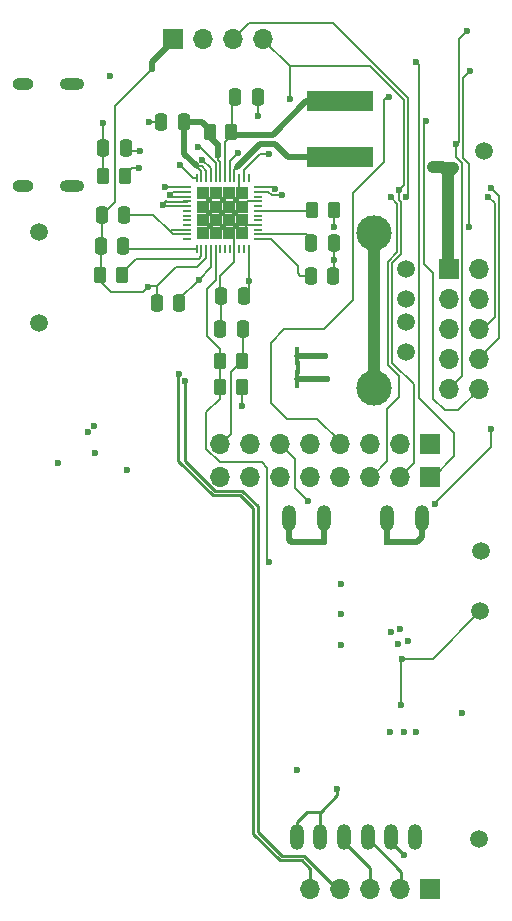
<source format=gbr>
%TF.GenerationSoftware,KiCad,Pcbnew,7.0.10*%
%TF.CreationDate,2025-01-07T15:59:30-07:00*%
%TF.ProjectId,HATA_ver_8.3.1,48415441-5f76-4657-925f-382e332e312e,8.3.1*%
%TF.SameCoordinates,Original*%
%TF.FileFunction,Copper,L4,Bot*%
%TF.FilePolarity,Positive*%
%FSLAX46Y46*%
G04 Gerber Fmt 4.6, Leading zero omitted, Abs format (unit mm)*
G04 Created by KiCad (PCBNEW 7.0.10) date 2025-01-07 15:59:30*
%MOMM*%
%LPD*%
G01*
G04 APERTURE LIST*
G04 Aperture macros list*
%AMRoundRect*
0 Rectangle with rounded corners*
0 $1 Rounding radius*
0 $2 $3 $4 $5 $6 $7 $8 $9 X,Y pos of 4 corners*
0 Add a 4 corners polygon primitive as box body*
4,1,4,$2,$3,$4,$5,$6,$7,$8,$9,$2,$3,0*
0 Add four circle primitives for the rounded corners*
1,1,$1+$1,$2,$3*
1,1,$1+$1,$4,$5*
1,1,$1+$1,$6,$7*
1,1,$1+$1,$8,$9*
0 Add four rect primitives between the rounded corners*
20,1,$1+$1,$2,$3,$4,$5,0*
20,1,$1+$1,$4,$5,$6,$7,0*
20,1,$1+$1,$6,$7,$8,$9,0*
20,1,$1+$1,$8,$9,$2,$3,0*%
G04 Aperture macros list end*
%TA.AperFunction,EtchedComponent*%
%ADD10C,0.120000*%
%TD*%
%TA.AperFunction,ComponentPad*%
%ADD11C,1.500000*%
%TD*%
%TA.AperFunction,ComponentPad*%
%ADD12C,1.501140*%
%TD*%
%TA.AperFunction,ComponentPad*%
%ADD13C,2.999740*%
%TD*%
%TA.AperFunction,ComponentPad*%
%ADD14R,1.700000X1.700000*%
%TD*%
%TA.AperFunction,ComponentPad*%
%ADD15O,1.700000X1.700000*%
%TD*%
%TA.AperFunction,ComponentPad*%
%ADD16O,1.800000X1.000000*%
%TD*%
%TA.AperFunction,ComponentPad*%
%ADD17O,2.100000X1.000000*%
%TD*%
%TA.AperFunction,SMDPad,CuDef*%
%ADD18R,0.800000X0.200000*%
%TD*%
%TA.AperFunction,SMDPad,CuDef*%
%ADD19R,0.200000X0.800000*%
%TD*%
%TA.AperFunction,SMDPad,CuDef*%
%ADD20R,1.112500X1.112500*%
%TD*%
%TA.AperFunction,ComponentPad*%
%ADD21C,0.508000*%
%TD*%
%TA.AperFunction,SMDPad,CuDef*%
%ADD22RoundRect,0.250000X-0.250000X-0.475000X0.250000X-0.475000X0.250000X0.475000X-0.250000X0.475000X0*%
%TD*%
%TA.AperFunction,SMDPad,CuDef*%
%ADD23R,0.400000X1.500000*%
%TD*%
%TA.AperFunction,SMDPad,CuDef*%
%ADD24RoundRect,0.250000X0.262500X0.450000X-0.262500X0.450000X-0.262500X-0.450000X0.262500X-0.450000X0*%
%TD*%
%TA.AperFunction,SMDPad,CuDef*%
%ADD25RoundRect,0.250000X-0.262500X-0.450000X0.262500X-0.450000X0.262500X0.450000X-0.262500X0.450000X0*%
%TD*%
%TA.AperFunction,SMDPad,CuDef*%
%ADD26RoundRect,0.250000X0.250000X0.475000X-0.250000X0.475000X-0.250000X-0.475000X0.250000X-0.475000X0*%
%TD*%
%TA.AperFunction,SMDPad,CuDef*%
%ADD27R,5.700000X1.800000*%
%TD*%
%TA.AperFunction,SMDPad,CuDef*%
%ADD28O,1.200000X2.200000*%
%TD*%
%TA.AperFunction,ViaPad*%
%ADD29C,0.600000*%
%TD*%
%TA.AperFunction,Conductor*%
%ADD30C,0.200000*%
%TD*%
%TA.AperFunction,Conductor*%
%ADD31C,0.177800*%
%TD*%
%TA.AperFunction,Conductor*%
%ADD32C,0.508000*%
%TD*%
%TA.AperFunction,Conductor*%
%ADD33C,0.254000*%
%TD*%
%TA.AperFunction,Conductor*%
%ADD34C,1.016000*%
%TD*%
%TA.AperFunction,Conductor*%
%ADD35C,0.228600*%
%TD*%
G04 APERTURE END LIST*
D10*
%TO.C,JP1*%
X224041250Y-131653750D02*
X223791250Y-131653750D01*
X223791250Y-131653750D02*
X223791250Y-130653750D01*
X223791250Y-130653750D02*
X224041250Y-130653750D01*
X224041250Y-130653750D02*
X224041250Y-131653750D01*
G36*
X224041250Y-131653750D02*
G01*
X223791250Y-131653750D01*
X223791250Y-130653750D01*
X224041250Y-130653750D01*
X224041250Y-131653750D01*
G37*
%TD*%
D11*
%TO.P,TP3,1,1*%
%TO.N,Net-(C3-Pad1)*%
X239430000Y-151780000D03*
%TD*%
%TO.P,TP5,1,1*%
%TO.N,/Power control/AC_IN*%
X202040000Y-127380000D03*
%TD*%
D12*
%TO.P,P3,1,VCC*%
%TO.N,/5V_OUT*%
X233160000Y-122845000D03*
%TO.P,P3,2,D-*%
%TO.N,/USB2_D-*%
X233160000Y-125345000D03*
%TO.P,P3,3,D+*%
%TO.N,/USB2_D+*%
X233160000Y-127345000D03*
%TO.P,P3,4,GND*%
%TO.N,/A_GND*%
X233160000Y-129845000D03*
D13*
%TO.P,P3,5,shield*%
X230450000Y-119775000D03*
X230450000Y-132915000D03*
%TD*%
D14*
%TO.P,P6,1,Pin_1*%
%TO.N,/5V_OUT*%
X235200000Y-137680000D03*
D15*
%TO.P,P6,2,Pin_2*%
X232660000Y-137680000D03*
%TO.P,P6,3,Pin_3*%
%TO.N,GND*%
X230120000Y-137680000D03*
%TO.P,P6,4,Pin_4*%
%TO.N,Net-(D2-Pad2)*%
X227580000Y-137680000D03*
%TO.P,P6,5,Pin_5*%
%TO.N,/BBD_PB2*%
X225040000Y-137680000D03*
%TO.P,P6,6,Pin_6*%
%TO.N,/BBD_PA6*%
X222500000Y-137680000D03*
%TO.P,P6,7,Pin_7*%
%TO.N,GND*%
X219960000Y-137680000D03*
%TO.P,P6,8,Pin_8*%
%TO.N,Net-(C9-Pad2)*%
X217420000Y-137680000D03*
%TD*%
D11*
%TO.P,TP2,1,1*%
%TO.N,/BBD_IPS_OUT*%
X239490000Y-146720000D03*
%TD*%
%TO.P,TP4,1,1*%
%TO.N,/5V_OUT*%
X239350000Y-171050000D03*
%TD*%
D14*
%TO.P,P7,1,Pin_1*%
%TO.N,/5V_OUT*%
X235200000Y-175320000D03*
D15*
%TO.P,P7,2,Pin_2*%
%TO.N,Net-(P7-Pad2)*%
X232660000Y-175320000D03*
%TO.P,P7,3,Pin_3*%
%TO.N,Net-(P7-Pad3)*%
X230120000Y-175320000D03*
%TO.P,P7,4,Pin_4*%
%TO.N,/USB2_D+*%
X227580000Y-175320000D03*
%TO.P,P7,5,Pin_5*%
%TO.N,/USB2_D-*%
X225040000Y-175320000D03*
%TD*%
D14*
%TO.P,P5,1,Pin_1*%
%TO.N,/3v3*%
X235200000Y-140470000D03*
D15*
%TO.P,P5,2,Pin_2*%
%TO.N,/SDA*%
X232660000Y-140470000D03*
%TO.P,P5,3,Pin_3*%
%TO.N,/SCL*%
X230120000Y-140470000D03*
%TO.P,P5,4,Pin_4*%
%TO.N,/PG11*%
X227580000Y-140470000D03*
%TO.P,P5,5,Pin_5*%
%TO.N,/A_GND*%
X225040000Y-140470000D03*
%TO.P,P5,6,Pin_6*%
%TO.N,unconnected-(P5-Pad6)*%
X222500000Y-140470000D03*
%TO.P,P5,7,Pin_7*%
%TO.N,unconnected-(P5-Pad7)*%
X219960000Y-140470000D03*
%TO.P,P5,8,Pin_8*%
%TO.N,/PA3*%
X217420000Y-140470000D03*
%TD*%
D14*
%TO.P,J10,1,Pin_1*%
%TO.N,/Power control/BATT+*%
X236790000Y-122800000D03*
D15*
%TO.P,J10,2,Pin_2*%
%TO.N,GND*%
X239330000Y-122800000D03*
%TO.P,J10,3,Pin_3*%
%TO.N,/A_GND*%
X236790000Y-125340000D03*
%TO.P,J10,4,Pin_4*%
%TO.N,GND*%
X239330000Y-125340000D03*
%TO.P,J10,5,Pin_5*%
%TO.N,/5V_OUT*%
X236790000Y-127880000D03*
%TO.P,J10,6,Pin_6*%
%TO.N,/BBD_IPS_OUT*%
X239330000Y-127880000D03*
%TO.P,J10,7,Pin_7*%
%TO.N,/BBD_PA6*%
X236790000Y-130420000D03*
%TO.P,J10,8,Pin_8*%
%TO.N,/BBD_CHG_LED*%
X239330000Y-130420000D03*
%TO.P,J10,9,Pin_9*%
%TO.N,/BBD_PB1*%
X236790000Y-132960000D03*
%TO.P,J10,10,Pin_10*%
%TO.N,/BBD_PB2*%
X239330000Y-132960000D03*
%TD*%
D14*
%TO.P,P2,1,Pin_1*%
%TO.N,/A_GND*%
X213390000Y-103390000D03*
D15*
%TO.P,P2,2,Pin_2*%
%TO.N,/5V_OUT*%
X215930000Y-103390000D03*
%TO.P,P2,3,Pin_3*%
%TO.N,/SCL*%
X218470000Y-103390000D03*
%TO.P,P2,4,Pin_4*%
%TO.N,/SDA*%
X221010000Y-103390000D03*
%TD*%
D11*
%TO.P,TP1,1,1*%
%TO.N,GND*%
X202040000Y-119730000D03*
%TD*%
%TO.P,TP6,1,1*%
%TO.N,/Power control/BATT+*%
X239770000Y-112850000D03*
%TD*%
D16*
%TO.P,P1,1,Shell*%
%TO.N,GND*%
X200692500Y-115760000D03*
X200692500Y-107120000D03*
D17*
X204872500Y-115760000D03*
X204872500Y-107120000D03*
%TD*%
D18*
%TO.P,U4,1,SDA*%
%TO.N,/SDA*%
X220610000Y-115900000D03*
%TO.P,U4,2,SCK*%
%TO.N,/SCL*%
X220610000Y-116300000D03*
%TO.P,U4,3,GPIO_3*%
%TO.N,unconnected-(U4-Pad3)*%
X220610000Y-116700000D03*
%TO.P,U4,4,N_OE*%
%TO.N,GND*%
X220610000Y-117100000D03*
%TO.P,U4,5,GPIO_2*%
%TO.N,unconnected-(U4-Pad5)*%
X220610000Y-117500000D03*
%TO.P,U4,6,N_VBus_En*%
%TO.N,Net-(R17-Pad1)*%
X220610000Y-117900000D03*
%TO.P,U4,7,Vin_2*%
%TO.N,unconnected-(U4-Pad7)*%
X220610000Y-118300000D03*
%TO.P,U4,8,LX2*%
%TO.N,unconnected-(U4-Pad8)*%
X220610000Y-118700000D03*
%TO.P,U4,9,PGnd_2*%
%TO.N,GND*%
X220610000Y-119100000D03*
%TO.P,U4,10,DCDC_2*%
%TO.N,unconnected-(U4-Pad10)*%
X220610000Y-119500000D03*
%TO.P,U4,11,LDO_4*%
%TO.N,Net-(C15-Pad2)*%
X220610000Y-119900000D03*
%TO.P,U4,12,LDO_2*%
%TO.N,Net-(C14-Pad2)*%
X220610000Y-120300000D03*
D19*
%TO.P,U4,13,LDO_24_In*%
%TO.N,/BBD_IPS_OUT*%
X219810000Y-121100000D03*
%TO.P,U4,14,Vin_3*%
%TO.N,unconnected-(U4-Pad14)*%
X219410000Y-121100000D03*
%TO.P,U4,15,LX3*%
%TO.N,unconnected-(U4-Pad15)*%
X219010000Y-121100000D03*
%TO.P,U4,16,PGnd_3*%
%TO.N,GND*%
X218610000Y-121100000D03*
%TO.P,U4,17,DCDC_3*%
%TO.N,unconnected-(U4-Pad17)*%
X218210000Y-121100000D03*
%TO.P,U4,18,GPIO_1*%
%TO.N,unconnected-(U4-Pad18)*%
X217810000Y-121100000D03*
%TO.P,U4,19,GPIO_0/LDO*%
%TO.N,unconnected-(U4-Pad19)*%
X217410000Y-121100000D03*
%TO.P,U4,20,EXTEN*%
%TO.N,/Power control/EXT_EN*%
X217010000Y-121100000D03*
%TO.P,U4,21,APS*%
%TO.N,/BBD_IPS_OUT*%
X216610000Y-121100000D03*
%TO.P,U4,22,A_Gnd*%
%TO.N,/A_GND*%
X216210000Y-121100000D03*
%TO.P,U4,23,Bias*%
%TO.N,Net-(R19-Pad2)*%
X215810000Y-121100000D03*
%TO.P,U4,24,V_Ref*%
%TO.N,Net-(C18-Pad2)*%
X215410000Y-121100000D03*
D18*
%TO.P,U4,25,PwrOK*%
%TO.N,unconnected-(U4-Pad25)*%
X214610000Y-120300000D03*
%TO.P,U4,26,V_Internal*%
%TO.N,Net-(C17-Pad2)*%
X214610000Y-119900000D03*
%TO.P,U4,27,LDO_1_Set*%
X214610000Y-119500000D03*
%TO.P,U4,28,LDO_1*%
%TO.N,unconnected-(U4-Pad28)*%
X214610000Y-119100000D03*
%TO.P,U4,29,DC3_Set*%
%TO.N,unconnected-(U4-Pad29)*%
X214610000Y-118700000D03*
%TO.P,U4,30,BackupBatt*%
%TO.N,unconnected-(U4-Pad30)*%
X214610000Y-118300000D03*
%TO.P,U4,31,VBUS*%
%TO.N,unconnected-(U4-Pad31)*%
X214610000Y-117900000D03*
%TO.P,U4,32,AC_IN*%
%TO.N,/Power control/AC_IN*%
X214610000Y-117500000D03*
%TO.P,U4,33,AC_IN*%
X214610000Y-117100000D03*
%TO.P,U4,34,IPS_Out*%
%TO.N,/BBD_IPS_OUT*%
X214610000Y-116700000D03*
%TO.P,U4,35,IPS_Out*%
X214610000Y-116300000D03*
%TO.P,U4,36,ChgLED*%
%TO.N,/BBD_CHG_LED*%
X214610000Y-115900000D03*
D19*
%TO.P,U4,37,TS*%
%TO.N,Net-(R18-Pad1)*%
X215410000Y-115100000D03*
%TO.P,U4,38,Batt*%
%TO.N,/Power control/BATT+*%
X215810000Y-115100000D03*
%TO.P,U4,39,Batt*%
X216210000Y-115100000D03*
%TO.P,U4,40,LDO_3_In*%
%TO.N,/BBD_IPS_OUT*%
X216610000Y-115100000D03*
%TO.P,U4,41,LDO_3*%
%TO.N,Net-(C16-Pad2)*%
X217010000Y-115100000D03*
%TO.P,U4,42,BatSense*%
%TO.N,/Power control/BATT+*%
X217410000Y-115100000D03*
%TO.P,U4,43,ChgSense*%
%TO.N,Net-(C11-Pad1)*%
X217810000Y-115100000D03*
%TO.P,U4,44,Vin_1*%
%TO.N,/BBD_IPS_OUT*%
X218210000Y-115100000D03*
%TO.P,U4,45,LX1*%
%TO.N,Net-(L2-Pad2)*%
X218610000Y-115100000D03*
%TO.P,U4,46,PGnd_1*%
%TO.N,GND*%
X219010000Y-115100000D03*
%TO.P,U4,47,PwrON*%
%TO.N,/BBD_PB1*%
X219410000Y-115100000D03*
%TO.P,U4,48,IRQ/WakeUp*%
%TO.N,unconnected-(U4-Pad48)*%
X219810000Y-115100000D03*
D20*
%TO.P,U4,49,GND_PAD*%
%TO.N,GND*%
X218166250Y-117543750D03*
D21*
X217610000Y-119250000D03*
D20*
X218166250Y-118656250D03*
X219278750Y-116431250D03*
X219278750Y-118656250D03*
X217053750Y-116431250D03*
X217053750Y-118656250D03*
D21*
X216435000Y-118100000D03*
D20*
X215941250Y-119768750D03*
D21*
X217610000Y-117000000D03*
X217585000Y-118100000D03*
X216485000Y-117000000D03*
D20*
X217053750Y-119768750D03*
D21*
X218735000Y-119225000D03*
D20*
X215941250Y-117543750D03*
X218166250Y-116431250D03*
X215941250Y-116431250D03*
X217053750Y-117543750D03*
X215941250Y-118656250D03*
X219278750Y-119768750D03*
D21*
X216510000Y-119225000D03*
X218685000Y-118100000D03*
X218710000Y-117000000D03*
D20*
X219278750Y-117543750D03*
X218166250Y-119768750D03*
%TD*%
D22*
%TO.P,C18,1*%
%TO.N,/A_GND*%
X207306250Y-120873750D03*
%TO.P,C18,2*%
%TO.N,Net-(C18-Pad2)*%
X209206250Y-120873750D03*
%TD*%
D23*
%TO.P,JP1,1,1*%
%TO.N,/A_GND*%
X223916250Y-132153750D03*
%TO.P,JP1,2,2*%
%TO.N,GND*%
X223916250Y-130153750D03*
%TD*%
D22*
%TO.P,C13,1*%
%TO.N,/A_GND*%
X212016250Y-125693750D03*
%TO.P,C13,2*%
%TO.N,/BBD_IPS_OUT*%
X213916250Y-125693750D03*
%TD*%
D24*
%TO.P,R11,1*%
%TO.N,/5V_OUT*%
X219218750Y-132843750D03*
%TO.P,R11,2*%
%TO.N,/Power control/EXT_EN*%
X217393750Y-132843750D03*
%TD*%
D25*
%TO.P,R16,1*%
%TO.N,/Power control/BATT+*%
X216523750Y-111183750D03*
%TO.P,R16,2*%
%TO.N,Net-(C11-Pad1)*%
X218348750Y-111183750D03*
%TD*%
D22*
%TO.P,C16,1*%
%TO.N,GND*%
X207506250Y-112603750D03*
%TO.P,C16,2*%
%TO.N,Net-(C16-Pad2)*%
X209406250Y-112603750D03*
%TD*%
%TO.P,C9,1*%
%TO.N,GND*%
X217426250Y-127883750D03*
%TO.P,C9,2*%
%TO.N,Net-(C9-Pad2)*%
X219326250Y-127883750D03*
%TD*%
%TO.P,C11,1*%
%TO.N,Net-(C11-Pad1)*%
X218686250Y-108283750D03*
%TO.P,C11,2*%
%TO.N,GND*%
X220586250Y-108283750D03*
%TD*%
D25*
%TO.P,R15,1*%
%TO.N,/Power control/EXT_EN*%
X217391250Y-130623750D03*
%TO.P,R15,2*%
%TO.N,Net-(C9-Pad2)*%
X219216250Y-130623750D03*
%TD*%
D26*
%TO.P,C14,1*%
%TO.N,GND*%
X226976250Y-123443750D03*
%TO.P,C14,2*%
%TO.N,Net-(C14-Pad2)*%
X225076250Y-123443750D03*
%TD*%
%TO.P,C15,1*%
%TO.N,GND*%
X227026250Y-120623750D03*
%TO.P,C15,2*%
%TO.N,Net-(C15-Pad2)*%
X225126250Y-120623750D03*
%TD*%
D24*
%TO.P,R18,1*%
%TO.N,Net-(R18-Pad1)*%
X209328750Y-114913750D03*
%TO.P,R18,2*%
%TO.N,GND*%
X207503750Y-114913750D03*
%TD*%
D25*
%TO.P,R17,1*%
%TO.N,Net-(R17-Pad1)*%
X225213750Y-117833750D03*
%TO.P,R17,2*%
%TO.N,/BBD_IPS_OUT*%
X227038750Y-117833750D03*
%TD*%
D27*
%TO.P,L2,1,1*%
%TO.N,Net-(C11-Pad1)*%
X227580000Y-108620000D03*
%TO.P,L2,2,2*%
%TO.N,Net-(L2-Pad2)*%
X227580000Y-113320000D03*
%TD*%
D22*
%TO.P,C17,1*%
%TO.N,/A_GND*%
X207356250Y-118253750D03*
%TO.P,C17,2*%
%TO.N,Net-(C17-Pad2)*%
X209256250Y-118253750D03*
%TD*%
D26*
%TO.P,C12,1*%
%TO.N,/BBD_IPS_OUT*%
X219376250Y-125133750D03*
%TO.P,C12,2*%
%TO.N,GND*%
X217476250Y-125133750D03*
%TD*%
D25*
%TO.P,R19,1*%
%TO.N,/A_GND*%
X207253750Y-123363750D03*
%TO.P,R19,2*%
%TO.N,Net-(R19-Pad2)*%
X209078750Y-123363750D03*
%TD*%
D26*
%TO.P,C10,1*%
%TO.N,/Power control/BATT+*%
X214306250Y-110403750D03*
%TO.P,C10,2*%
%TO.N,GND*%
X212406250Y-110403750D03*
%TD*%
D28*
%TO.P,U1,1,PDN*%
%TO.N,/3v3*%
X223880010Y-170899990D03*
%TO.P,U1,2,3.3V*%
X225880010Y-170899990D03*
%TO.P,U1,3,DM-*%
%TO.N,Net-(P7-Pad3)*%
X227880010Y-170899990D03*
%TO.P,U1,4,DP+*%
%TO.N,Net-(P7-Pad2)*%
X229880010Y-170899990D03*
%TO.P,U1,5,GND*%
%TO.N,/A_GND*%
X231880010Y-170899990D03*
%TO.P,U1,6,LED*%
%TO.N,unconnected-(U1-Pad6)*%
X233880010Y-170899990D03*
%TO.P,U1,7,GND*%
%TO.N,/A_GND*%
X234530010Y-143899990D03*
%TO.P,U1,9,GND*%
X231530010Y-143899990D03*
%TO.P,U1,10,GND*%
X226230010Y-143899990D03*
%TO.P,U1,12,GND*%
X223230010Y-143899990D03*
%TD*%
D29*
%TO.N,/Power control/AC_IN*%
X212526250Y-117403750D03*
%TO.N,GND*%
X206170000Y-136660000D03*
X227026250Y-122093750D03*
X220566250Y-109863750D03*
X211376250Y-110403750D03*
X232440000Y-154600000D03*
X207506250Y-110493750D03*
X226260000Y-130170000D03*
X208100000Y-106510000D03*
X233330000Y-154340000D03*
X237860000Y-160440000D03*
X225416250Y-130153750D03*
X206685000Y-136145000D03*
X224726250Y-130153750D03*
%TO.N,/3v3*%
X227300000Y-166860000D03*
X233960000Y-105290000D03*
%TO.N,/A_GND*%
X203630000Y-139290000D03*
X223870000Y-165230000D03*
X211266250Y-124313750D03*
X224836250Y-132153750D03*
X223370000Y-145890000D03*
X231530000Y-145960000D03*
X226416250Y-132163750D03*
X225606250Y-132153750D03*
X211590000Y-105890000D03*
X232970000Y-172450000D03*
X209510000Y-139850000D03*
X226210000Y-145960000D03*
%TO.N,Net-(C3-Pad1)*%
X232750000Y-159770000D03*
X232770000Y-155810000D03*
%TO.N,/5V_OUT*%
X206830000Y-138420000D03*
X227620000Y-149490000D03*
X238472411Y-119230000D03*
X227620000Y-154680000D03*
X238580000Y-106030000D03*
X219210000Y-134460000D03*
X227620000Y-152060000D03*
%TO.N,/Power control/BATT+*%
X217190000Y-112330000D03*
X237080000Y-114250000D03*
X236210000Y-114220000D03*
X217202700Y-113160000D03*
X235430000Y-114220000D03*
%TO.N,/BBD_IPS_OUT*%
X218920000Y-112970000D03*
X215585000Y-123715000D03*
X232980000Y-162020000D03*
X231810000Y-162020000D03*
X233990000Y-162020000D03*
X231860000Y-153520000D03*
X232650000Y-153310000D03*
X240094577Y-116703898D03*
X219810000Y-123860000D03*
X213136250Y-116533750D03*
X215893304Y-113566588D03*
X227036250Y-119273750D03*
%TO.N,Net-(C16-Pad2)*%
X215530000Y-112530000D03*
X210576250Y-112873750D03*
%TO.N,/Power control/EXT_EN*%
X221530000Y-147630000D03*
%TO.N,Net-(D2-Pad2)*%
X231660000Y-108250000D03*
%TO.N,/BBD_PB1*%
X221530000Y-113130000D03*
X238300000Y-102680000D03*
X237390000Y-112250000D03*
%TO.N,/BBD_PB2*%
X234820000Y-110330000D03*
%TO.N,/BBD_PA6*%
X224830000Y-142470000D03*
X240340000Y-136400000D03*
X235580000Y-142680000D03*
%TO.N,/BBD_CHG_LED*%
X212763566Y-115851617D03*
X240320000Y-115960000D03*
%TO.N,/SCL*%
X222600000Y-116570000D03*
X233104040Y-116720000D03*
X231833789Y-116736211D03*
%TO.N,/SDA*%
X223280000Y-108430000D03*
X232530000Y-116170000D03*
X222010000Y-116030000D03*
%TO.N,/USB2_D-*%
X213930000Y-131750000D03*
%TO.N,/USB2_D+*%
X214410000Y-132340000D03*
%TO.N,Net-(R18-Pad1)*%
X213986250Y-113993750D03*
X210556250Y-114233750D03*
%TD*%
D30*
%TO.N,/Power control/AC_IN*%
X212622500Y-117500000D02*
X214610000Y-117500000D01*
X212886058Y-117100000D02*
X212897119Y-117111061D01*
X212830000Y-117100000D02*
X212886058Y-117100000D01*
X214598939Y-117111061D02*
X214610000Y-117100000D01*
X212526250Y-117403750D02*
X212830000Y-117100000D01*
X212526250Y-117403750D02*
X212622500Y-117500000D01*
X212897119Y-117111061D02*
X214598939Y-117111061D01*
%TO.N,GND*%
X220576250Y-109853750D02*
X220576250Y-108353750D01*
X217476250Y-125133750D02*
X217476250Y-127683750D01*
D31*
X218610000Y-122230000D02*
X217410000Y-123430000D01*
D30*
X207503750Y-114913750D02*
X207503750Y-112696250D01*
D32*
X223916250Y-130153750D02*
X224726250Y-130153750D01*
D30*
X220566250Y-109863750D02*
X220576250Y-109853750D01*
D32*
X226243750Y-130153750D02*
X226260000Y-130170000D01*
D30*
X227026250Y-122093750D02*
X227026250Y-123183750D01*
D31*
X219610000Y-119100000D02*
X219560000Y-119150000D01*
X218610000Y-121100000D02*
X218610000Y-122230000D01*
D32*
X225416250Y-130153750D02*
X226243750Y-130153750D01*
D31*
X220610000Y-117100000D02*
X219660000Y-117100000D01*
X217410000Y-123430000D02*
X217410000Y-125300000D01*
D30*
X227026250Y-120623750D02*
X227026250Y-122093750D01*
D31*
X219010000Y-115100000D02*
X219010000Y-116040000D01*
D30*
X212406250Y-110403750D02*
X211376250Y-110403750D01*
D31*
X218610000Y-121100000D02*
X218610000Y-120080000D01*
X220610000Y-119100000D02*
X219610000Y-119100000D01*
D32*
X224726250Y-130153750D02*
X225416250Y-130153750D01*
D30*
X207503750Y-112696250D02*
X207503750Y-110496250D01*
X207503750Y-110496250D02*
X207506250Y-110493750D01*
D33*
%TO.N,/3v3*%
X227300000Y-166860000D02*
X227300000Y-167380000D01*
X225910000Y-168770000D02*
X225860000Y-168820000D01*
X224730000Y-168770000D02*
X225910000Y-168770000D01*
D31*
X233960000Y-105290000D02*
X234240000Y-105570000D01*
X234240000Y-105570000D02*
X234240000Y-133760000D01*
X237220000Y-138660000D02*
X235390000Y-140490000D01*
D33*
X225860000Y-168820000D02*
X225860000Y-170740000D01*
D31*
X237220000Y-136740000D02*
X237220000Y-138660000D01*
D33*
X223880000Y-169620000D02*
X224730000Y-168770000D01*
X227300000Y-167380000D02*
X225910000Y-168770000D01*
D31*
X234240000Y-133760000D02*
X237220000Y-136740000D01*
D33*
X223880000Y-170900000D02*
X223880000Y-169620000D01*
%TO.N,/A_GND*%
X231880000Y-171360000D02*
X232970000Y-172450000D01*
D30*
X215436250Y-122633750D02*
X215464484Y-122633750D01*
D32*
X223230000Y-145750000D02*
X223230000Y-143900000D01*
X226230000Y-143900000D02*
X226230000Y-145940000D01*
D30*
X207306250Y-120873750D02*
X207306250Y-123313750D01*
D31*
X208480000Y-117130000D02*
X208480000Y-109000000D01*
D32*
X223370000Y-145890000D02*
X223230000Y-145750000D01*
D30*
X215464484Y-122633750D02*
X216210000Y-121888234D01*
D32*
X224836250Y-132153750D02*
X225606250Y-132153750D01*
X211590000Y-105890000D02*
X211590000Y-105270000D01*
X234530000Y-143900000D02*
X234530000Y-145480000D01*
D31*
X207356250Y-118253750D02*
X208480000Y-117130000D01*
X210830000Y-124750000D02*
X211266250Y-124313750D01*
D32*
X234530000Y-145480000D02*
X234050000Y-145960000D01*
X234050000Y-145960000D02*
X231530000Y-145960000D01*
D30*
X212016250Y-124293750D02*
X211286250Y-124293750D01*
D32*
X231530000Y-145710000D02*
X231570000Y-145750000D01*
X225606250Y-132153750D02*
X226406250Y-132153750D01*
D30*
X213676250Y-122633750D02*
X215436250Y-122633750D01*
D31*
X207253750Y-123853750D02*
X208150000Y-124750000D01*
X208150000Y-124750000D02*
X210830000Y-124750000D01*
D30*
X211286250Y-124293750D02*
X211266250Y-124313750D01*
X216210000Y-121888234D02*
X216210000Y-121100000D01*
D32*
X223440000Y-145960000D02*
X223370000Y-145890000D01*
D30*
X212016250Y-124293750D02*
X213676250Y-122633750D01*
D32*
X223916250Y-132153750D02*
X224836250Y-132153750D01*
X231530000Y-143900000D02*
X231530000Y-145710000D01*
X226210000Y-145960000D02*
X223440000Y-145960000D01*
X211590000Y-105270000D02*
X213380000Y-103480000D01*
D34*
X230450000Y-119775000D02*
X230450000Y-132880000D01*
D30*
X212016250Y-125693750D02*
X212016250Y-124293750D01*
D31*
X208480000Y-109000000D02*
X211590000Y-105890000D01*
D32*
X226406250Y-132153750D02*
X226416250Y-132163750D01*
D30*
X207356250Y-118253750D02*
X207356250Y-120893750D01*
D32*
X226230000Y-145940000D02*
X226210000Y-145960000D01*
D31*
%TO.N,Net-(C3-Pad1)*%
X232770000Y-155810000D02*
X235420000Y-155810000D01*
X232750000Y-159770000D02*
X232750000Y-155830000D01*
X235420000Y-155810000D02*
X239350000Y-151880000D01*
X232750000Y-155830000D02*
X232770000Y-155810000D01*
%TO.N,/5V_OUT*%
X238472411Y-119230000D02*
X238472411Y-113920195D01*
X237990000Y-106620000D02*
X238580000Y-106030000D01*
X238472411Y-113920195D02*
X237990000Y-113437784D01*
X219218750Y-134451250D02*
X219210000Y-134460000D01*
X219218750Y-132843750D02*
X219218750Y-134451250D01*
X237990000Y-113437784D02*
X237990000Y-106620000D01*
%TO.N,Net-(C9-Pad2)*%
X218290000Y-131550000D02*
X218290000Y-136770000D01*
X219216250Y-130623750D02*
X218290000Y-131550000D01*
X218290000Y-136770000D02*
X217360000Y-137700000D01*
D30*
X219326250Y-127883750D02*
X219326250Y-130793750D01*
D32*
%TO.N,/Power control/BATT+*%
X217190000Y-113147300D02*
X217202700Y-113160000D01*
X214486250Y-110403750D02*
X215896250Y-110403750D01*
D34*
X236240000Y-114250000D02*
X237080000Y-114250000D01*
D32*
X215416250Y-114123750D02*
X215416250Y-114133750D01*
D31*
X217202700Y-113573024D02*
X217410000Y-113780324D01*
D34*
X236660000Y-114670000D02*
X236660000Y-122770000D01*
D31*
X215810000Y-115100000D02*
X215810000Y-114527500D01*
X217410000Y-113780324D02*
X217410000Y-115100000D01*
D32*
X217190000Y-112330000D02*
X216523750Y-111663750D01*
D31*
X216210000Y-115100000D02*
X216210000Y-114487500D01*
D32*
X214346250Y-113053750D02*
X215416250Y-114123750D01*
X216566250Y-111073750D02*
X215896250Y-110403750D01*
D31*
X215616250Y-114333749D02*
X215416251Y-114133749D01*
X217202700Y-113160000D02*
X217202700Y-113573024D01*
D34*
X236210000Y-114220000D02*
X236240000Y-114250000D01*
X237080000Y-114250000D02*
X236660000Y-114670000D01*
D31*
X215810000Y-114527500D02*
X215616250Y-114333750D01*
X215856250Y-114133750D02*
X215416250Y-114133750D01*
D32*
X214346250Y-110613750D02*
X214346250Y-113053750D01*
D34*
X236210000Y-114220000D02*
X235430000Y-114220000D01*
D32*
X217190000Y-112330000D02*
X217190000Y-113147300D01*
X216523750Y-111663750D02*
X216523750Y-111183750D01*
D31*
X216210000Y-114487500D02*
X215856250Y-114133750D01*
D30*
%TO.N,Net-(C11-Pad1)*%
X218436250Y-108353750D02*
X218436250Y-111343750D01*
X218348750Y-111511250D02*
X217780000Y-112080000D01*
D32*
X224690000Y-108620000D02*
X221850000Y-111460000D01*
X227580000Y-108620000D02*
X224690000Y-108620000D01*
D30*
X217787320Y-114430009D02*
X217787320Y-115023750D01*
X217780000Y-114422689D02*
X217787320Y-114430009D01*
D32*
X221850000Y-111460000D02*
X218260000Y-111460000D01*
D30*
X217780000Y-112080000D02*
X217780000Y-114422689D01*
D31*
%TO.N,/BBD_IPS_OUT*%
X215893304Y-113566588D02*
X216610000Y-114283284D01*
D30*
X216610000Y-122690000D02*
X215585000Y-123715000D01*
D31*
X240094577Y-116703898D02*
X240634880Y-117244201D01*
D30*
X214610000Y-116300000D02*
X213370000Y-116300000D01*
X213302500Y-116700000D02*
X213136250Y-116533750D01*
D31*
X227036250Y-119273750D02*
X227038750Y-119271250D01*
X227038750Y-119271250D02*
X227038750Y-117833750D01*
X240634880Y-126905120D02*
X239470000Y-128070000D01*
D30*
X213370000Y-116300000D02*
X213136250Y-116533750D01*
X219810000Y-121100000D02*
X219810000Y-123860000D01*
X215585000Y-123715000D02*
X213910000Y-125390000D01*
X219810000Y-124620000D02*
X219496250Y-124933750D01*
D31*
X216610000Y-114283284D02*
X216610000Y-115100000D01*
D30*
X214610000Y-116700000D02*
X213302500Y-116700000D01*
D31*
X240634880Y-117244201D02*
X240634880Y-126905120D01*
D30*
X219810000Y-123860000D02*
X219810000Y-124620000D01*
D31*
X218210000Y-113680000D02*
X218210000Y-115100000D01*
X218920000Y-112970000D02*
X218210000Y-113680000D01*
D30*
X216610000Y-121100000D02*
X216610000Y-122690000D01*
D31*
%TO.N,Net-(C14-Pad2)*%
X224200000Y-123400000D02*
X224910000Y-123400000D01*
X221670000Y-120300000D02*
X223960000Y-122590000D01*
X223960000Y-122590000D02*
X223960000Y-123160000D01*
X220610000Y-120300000D02*
X221670000Y-120300000D01*
X223960000Y-123160000D02*
X224200000Y-123400000D01*
%TO.N,Net-(C15-Pad2)*%
X224630000Y-119900000D02*
X225080000Y-120350000D01*
X220610000Y-119900000D02*
X224630000Y-119900000D01*
%TO.N,Net-(C16-Pad2)*%
X215530000Y-112530000D02*
X215657460Y-112530000D01*
X215657460Y-112530000D02*
X217010000Y-113882540D01*
D30*
X210576250Y-112873750D02*
X209666250Y-112873750D01*
D31*
X217010000Y-113882540D02*
X217010000Y-115100000D01*
D30*
%TO.N,Net-(C17-Pad2)*%
X213392500Y-119900000D02*
X213136250Y-119643750D01*
X209256250Y-118253750D02*
X211746250Y-118253750D01*
X214610000Y-119900000D02*
X213392500Y-119900000D01*
X213280000Y-119500000D02*
X213136250Y-119643750D01*
X211746250Y-118253750D02*
X213136250Y-119643750D01*
X214610000Y-119500000D02*
X213280000Y-119500000D01*
%TO.N,Net-(C18-Pad2)*%
X215410000Y-121100000D02*
X209302500Y-121100000D01*
D31*
%TO.N,/Power control/EXT_EN*%
X221383789Y-147483789D02*
X221530000Y-147630000D01*
X216250000Y-124530000D02*
X216250000Y-128520000D01*
X220940000Y-139190000D02*
X221383789Y-139633789D01*
X217010000Y-123770000D02*
X216250000Y-124530000D01*
X221383789Y-139633789D02*
X221383789Y-147483789D01*
X217010000Y-121100000D02*
X217010000Y-123770000D01*
X217351438Y-139190000D02*
X220940000Y-139190000D01*
X217393750Y-132843750D02*
X217393750Y-133816250D01*
X217370000Y-129640000D02*
X217370000Y-130470000D01*
X217393750Y-133816250D02*
X216240000Y-134970000D01*
X217391250Y-130623750D02*
X217391250Y-132521250D01*
X216240000Y-134970000D02*
X216240000Y-138078562D01*
X216240000Y-138078562D02*
X217351438Y-139190000D01*
X216250000Y-128520000D02*
X217370000Y-129640000D01*
%TO.N,Net-(D2-Pad2)*%
X222840000Y-127930000D02*
X221700000Y-129070000D01*
X228630000Y-116400000D02*
X231290000Y-113740000D01*
X223030000Y-135530000D02*
X225640000Y-135530000D01*
X231560000Y-108250000D02*
X231660000Y-108250000D01*
X226170000Y-127930000D02*
X222840000Y-127930000D01*
X228630000Y-125470000D02*
X226170000Y-127930000D01*
X228630000Y-125470000D02*
X228630000Y-116400000D01*
X231290000Y-113740000D02*
X231290000Y-108520000D01*
X231290000Y-108520000D02*
X231560000Y-108250000D01*
X221700000Y-129070000D02*
X221700000Y-134200000D01*
X221700000Y-134200000D02*
X223030000Y-135530000D01*
X225640000Y-135530000D02*
X227620000Y-137510000D01*
D32*
%TO.N,Net-(L2-Pad2)*%
X223180000Y-113320000D02*
X227580000Y-113320000D01*
D31*
X218610000Y-114440000D02*
X218830000Y-114220000D01*
D32*
X222080000Y-112220000D02*
X223180000Y-113320000D01*
X220800000Y-112220000D02*
X222080000Y-112220000D01*
X218850000Y-114170000D02*
X220800000Y-112220000D01*
D31*
X218610000Y-115100000D02*
X218610000Y-114440000D01*
%TO.N,/BBD_PB1*%
X219410000Y-114467578D02*
X219410000Y-115100000D01*
X237390000Y-113340000D02*
X237906211Y-113856211D01*
X221530000Y-113130000D02*
X220747578Y-113130000D01*
X237600000Y-112040000D02*
X237600000Y-103380000D01*
X237390000Y-112250000D02*
X237600000Y-112040000D01*
X237906211Y-113856211D02*
X237906211Y-131873789D01*
X237906211Y-131873789D02*
X236750000Y-133030000D01*
X237390000Y-112250000D02*
X237390000Y-113340000D01*
X220747578Y-113130000D02*
X219410000Y-114467578D01*
X237600000Y-103380000D02*
X238300000Y-102680000D01*
%TO.N,/BBD_PB2*%
X237570000Y-134790000D02*
X239360000Y-133000000D01*
X234655780Y-110494220D02*
X234655780Y-122400617D01*
X234655780Y-122400617D02*
X235426108Y-123170945D01*
X235426108Y-133816108D02*
X236400000Y-134790000D01*
X234820000Y-110330000D02*
X234655780Y-110494220D01*
X236400000Y-134790000D02*
X237570000Y-134790000D01*
X235426108Y-123170945D02*
X235426108Y-133816108D01*
%TO.N,/BBD_PA6*%
X223760000Y-141400000D02*
X224830000Y-142470000D01*
X235580000Y-142680000D02*
X235580000Y-142640000D01*
X235580000Y-142640000D02*
X240340000Y-137880000D01*
X223760000Y-138940000D02*
X223760000Y-141400000D01*
X222500000Y-137680000D02*
X223760000Y-138940000D01*
X240340000Y-137880000D02*
X240340000Y-136400000D01*
%TO.N,/BBD_CHG_LED*%
X214610000Y-115900000D02*
X212811949Y-115900000D01*
X240320000Y-115960000D02*
X240990000Y-116630000D01*
X212811949Y-115900000D02*
X212763566Y-115851617D01*
X240990000Y-128670000D02*
X239320000Y-130340000D01*
X240990000Y-116630000D02*
X240990000Y-128670000D01*
%TO.N,/SCL*%
X232520000Y-131870000D02*
X232520000Y-133700000D01*
X230269518Y-105314880D02*
X230254880Y-105314880D01*
X232520000Y-133700000D02*
X231543789Y-134676211D01*
X231833789Y-116736211D02*
X231833789Y-116752709D01*
X231833789Y-116752709D02*
X232374880Y-117293800D01*
X230254880Y-105314880D02*
X226930000Y-101990000D01*
X221775467Y-116596211D02*
X221479256Y-116300000D01*
X222600000Y-116570000D02*
X222573789Y-116596211D01*
X232374880Y-121402904D02*
X231580000Y-122197784D01*
X219870000Y-101990000D02*
X218470000Y-103390000D01*
X226930000Y-101990000D02*
X219870000Y-101990000D01*
X232374880Y-117293800D02*
X232374880Y-121402904D01*
X231580000Y-122197784D02*
X231580000Y-130930000D01*
X231543789Y-139106211D02*
X230140000Y-140510000D01*
X231580000Y-130930000D02*
X232520000Y-131870000D01*
X233104040Y-116720000D02*
X233315120Y-116508920D01*
X233315120Y-108360482D02*
X230269518Y-105314880D01*
X233315129Y-116508911D02*
X233315129Y-108360489D01*
X231543789Y-134676211D02*
X231543789Y-139106211D01*
X222573789Y-116596211D02*
X221775467Y-116596211D01*
X221479256Y-116300000D02*
X220610000Y-116300000D01*
%TO.N,/SDA*%
X232530000Y-116170000D02*
X232530000Y-116946704D01*
X232960000Y-108507578D02*
X230122422Y-105670000D01*
X223280000Y-105670000D02*
X221140000Y-103530000D01*
X223280000Y-108430000D02*
X223280000Y-105670000D01*
X232960000Y-115740000D02*
X232960000Y-108507578D01*
X230122422Y-105670000D02*
X223280000Y-105670000D01*
X232530000Y-116170000D02*
X232960000Y-115740000D01*
X231935120Y-122344880D02*
X231935120Y-130745120D01*
X233776211Y-139263789D02*
X232560000Y-140480000D01*
X231935120Y-130745120D02*
X233776211Y-132586211D01*
X232530000Y-116946704D02*
X232730000Y-117146704D01*
X220610000Y-115900000D02*
X221880000Y-115900000D01*
X233776211Y-132586211D02*
X233776211Y-139263789D01*
X221880000Y-115900000D02*
X222010000Y-116030000D01*
X232730000Y-121550000D02*
X231935120Y-122344880D01*
X232730000Y-117146704D02*
X232730000Y-121550000D01*
D35*
%TO.N,/USB2_D-*%
X224340360Y-172900360D02*
X225040000Y-173600000D01*
X222449612Y-172900360D02*
X224340360Y-172900360D01*
X219118203Y-141981971D02*
X220216820Y-143080588D01*
X220216820Y-170667568D02*
X222449612Y-172900360D01*
X216793720Y-141981971D02*
X219118203Y-141981971D01*
X213853949Y-139042200D02*
X216793720Y-141981971D01*
X213930000Y-131750000D02*
X213853949Y-131826051D01*
X213853949Y-131826051D02*
X213853949Y-139042200D01*
X225040000Y-173600000D02*
X225040000Y-175320000D01*
X220216820Y-143080588D02*
X220216820Y-170667568D01*
%TO.N,/USB2_D+*%
X220587180Y-142927180D02*
X219271611Y-141611611D01*
X224493768Y-172530000D02*
X222603020Y-172530000D01*
X227283768Y-175320000D02*
X224493768Y-172530000D01*
X219271611Y-141611611D02*
X216947128Y-141611611D01*
X214410000Y-139074483D02*
X214410000Y-132340000D01*
X227580000Y-175320000D02*
X227283768Y-175320000D01*
X216947128Y-141611611D02*
X214410000Y-139074483D01*
X220587180Y-170514160D02*
X220587180Y-142927180D01*
X222603020Y-172530000D02*
X220587180Y-170514160D01*
D33*
%TO.N,Net-(P7-Pad2)*%
X229880000Y-171040000D02*
X232730000Y-173890000D01*
X232730000Y-173890000D02*
X232730000Y-175420000D01*
%TO.N,Net-(P7-Pad3)*%
X230100000Y-173570000D02*
X230100000Y-175300000D01*
X227880000Y-171350000D02*
X230100000Y-173570000D01*
D31*
%TO.N,Net-(R17-Pad1)*%
X220610000Y-117900000D02*
X225120000Y-117900000D01*
D30*
%TO.N,Net-(R18-Pad1)*%
X209896250Y-114233750D02*
X209316250Y-114813750D01*
D31*
X215092500Y-115100000D02*
X213986250Y-113993750D01*
D30*
X210556250Y-114233750D02*
X209896250Y-114233750D01*
D31*
X215410000Y-115100000D02*
X215092500Y-115100000D01*
D30*
%TO.N,Net-(R19-Pad2)*%
X215810000Y-121754622D02*
X215620872Y-121943750D01*
X210316250Y-121943750D02*
X208976250Y-123283750D01*
X215620872Y-121943750D02*
X210316250Y-121943750D01*
X215810000Y-121100000D02*
X215810000Y-121754622D01*
%TD*%
M02*

</source>
